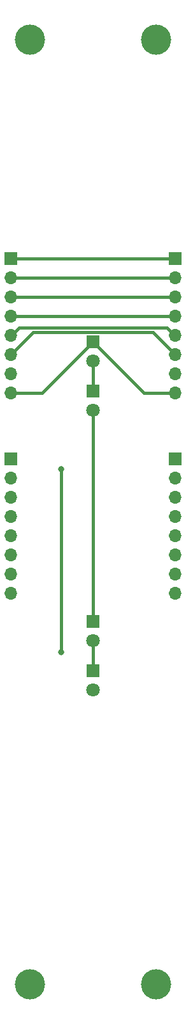
<source format=gbr>
%TF.GenerationSoftware,KiCad,Pcbnew,5.1.7-a382d34a8~87~ubuntu20.04.1*%
%TF.CreationDate,2020-10-21T10:00:52+02:00*%
%TF.ProjectId,7segment_part,37736567-6d65-46e7-945f-706172742e6b,rev?*%
%TF.SameCoordinates,Original*%
%TF.FileFunction,Copper,L2,Bot*%
%TF.FilePolarity,Positive*%
%FSLAX46Y46*%
G04 Gerber Fmt 4.6, Leading zero omitted, Abs format (unit mm)*
G04 Created by KiCad (PCBNEW 5.1.7-a382d34a8~87~ubuntu20.04.1) date 2020-10-21 10:00:52*
%MOMM*%
%LPD*%
G01*
G04 APERTURE LIST*
%TA.AperFunction,ComponentPad*%
%ADD10C,1.800000*%
%TD*%
%TA.AperFunction,ComponentPad*%
%ADD11R,1.800000X1.800000*%
%TD*%
%TA.AperFunction,ComponentPad*%
%ADD12O,1.700000X1.700000*%
%TD*%
%TA.AperFunction,ComponentPad*%
%ADD13R,1.700000X1.700000*%
%TD*%
%TA.AperFunction,ViaPad*%
%ADD14C,4.000000*%
%TD*%
%TA.AperFunction,ViaPad*%
%ADD15C,0.800000*%
%TD*%
%TA.AperFunction,Conductor*%
%ADD16C,0.400000*%
%TD*%
G04 APERTURE END LIST*
D10*
%TO.P,Dh2,2*%
%TO.N,Net-(Dh2-Pad2)*%
X169418000Y-79040000D03*
D11*
%TO.P,Dh2,1*%
%TO.N,Net-(Dh1-Pad2)*%
X169418000Y-76500000D03*
%TD*%
D12*
%TO.P,J4,8*%
%TO.N,Net-(J3-Pad8)*%
X180340000Y-103280000D03*
%TO.P,J4,7*%
%TO.N,Net-(J3-Pad7)*%
X180340000Y-100740000D03*
%TO.P,J4,6*%
%TO.N,Net-(J3-Pad6)*%
X180340000Y-98200000D03*
%TO.P,J4,5*%
%TO.N,Net-(J3-Pad5)*%
X180340000Y-95660000D03*
%TO.P,J4,4*%
%TO.N,Net-(J3-Pad4)*%
X180340000Y-93120000D03*
%TO.P,J4,3*%
%TO.N,Net-(J3-Pad3)*%
X180340000Y-90580000D03*
%TO.P,J4,2*%
%TO.N,Net-(J3-Pad2)*%
X180340000Y-88040000D03*
D13*
%TO.P,J4,1*%
%TO.N,Net-(J3-Pad1)*%
X180340000Y-85500000D03*
%TD*%
%TO.P,J2,1*%
%TO.N,Net-(J1-Pad1)*%
X180340000Y-59000000D03*
D12*
%TO.P,J2,2*%
%TO.N,Net-(J1-Pad2)*%
X180340000Y-61540000D03*
%TO.P,J2,3*%
%TO.N,Net-(J1-Pad3)*%
X180340000Y-64080000D03*
%TO.P,J2,4*%
%TO.N,Net-(J1-Pad4)*%
X180340000Y-66620000D03*
%TO.P,J2,5*%
%TO.N,Net-(J1-Pad5)*%
X180340000Y-69160000D03*
%TO.P,J2,6*%
%TO.N,Net-(J1-Pad6)*%
X180340000Y-71700000D03*
%TO.P,J2,7*%
%TO.N,Net-(J1-Pad7)*%
X180340000Y-74240000D03*
%TO.P,J2,8*%
%TO.N,Net-(Dh1-Pad1)*%
X180340000Y-76780000D03*
%TD*%
D10*
%TO.P,Dh4,2*%
%TO.N,Net-(Dh4-Pad2)*%
X169418000Y-116040000D03*
D11*
%TO.P,Dh4,1*%
%TO.N,Net-(Dh3-Pad2)*%
X169418000Y-113500000D03*
%TD*%
D10*
%TO.P,Dh3,2*%
%TO.N,Net-(Dh3-Pad2)*%
X169418000Y-109540000D03*
D11*
%TO.P,Dh3,1*%
%TO.N,Net-(Dh2-Pad2)*%
X169418000Y-107000000D03*
%TD*%
D10*
%TO.P,Dh1,2*%
%TO.N,Net-(Dh1-Pad2)*%
X169418000Y-72540000D03*
D11*
%TO.P,Dh1,1*%
%TO.N,Net-(Dh1-Pad1)*%
X169418000Y-70000000D03*
%TD*%
D12*
%TO.P,J3,8*%
%TO.N,Net-(J3-Pad8)*%
X158496000Y-103280000D03*
%TO.P,J3,7*%
%TO.N,Net-(J3-Pad7)*%
X158496000Y-100740000D03*
%TO.P,J3,6*%
%TO.N,Net-(J3-Pad6)*%
X158496000Y-98200000D03*
%TO.P,J3,5*%
%TO.N,Net-(J3-Pad5)*%
X158496000Y-95660000D03*
%TO.P,J3,4*%
%TO.N,Net-(J3-Pad4)*%
X158496000Y-93120000D03*
%TO.P,J3,3*%
%TO.N,Net-(J3-Pad3)*%
X158496000Y-90580000D03*
%TO.P,J3,2*%
%TO.N,Net-(J3-Pad2)*%
X158496000Y-88040000D03*
D13*
%TO.P,J3,1*%
%TO.N,Net-(J3-Pad1)*%
X158496000Y-85500000D03*
%TD*%
D12*
%TO.P,J1,8*%
%TO.N,Net-(Dh1-Pad1)*%
X158496000Y-76780000D03*
%TO.P,J1,7*%
%TO.N,Net-(J1-Pad7)*%
X158496000Y-74240000D03*
%TO.P,J1,6*%
%TO.N,Net-(J1-Pad6)*%
X158496000Y-71700000D03*
%TO.P,J1,5*%
%TO.N,Net-(J1-Pad5)*%
X158496000Y-69160000D03*
%TO.P,J1,4*%
%TO.N,Net-(J1-Pad4)*%
X158496000Y-66620000D03*
%TO.P,J1,3*%
%TO.N,Net-(J1-Pad3)*%
X158496000Y-64080000D03*
%TO.P,J1,2*%
%TO.N,Net-(J1-Pad2)*%
X158496000Y-61540000D03*
D13*
%TO.P,J1,1*%
%TO.N,Net-(J1-Pad1)*%
X158496000Y-59000000D03*
%TD*%
D14*
%TO.N,*%
X177816500Y-155000000D03*
X161000000Y-155000000D03*
X161000000Y-30000000D03*
X177816500Y-30000000D03*
D15*
%TO.N,Net-(JP1-Pad1)*%
X165227000Y-86804500D03*
X165227000Y-110998000D03*
%TD*%
D16*
%TO.N,Net-(JP1-Pad1)*%
X165227000Y-86804500D02*
X165227000Y-110998000D01*
%TO.N,Net-(Dh1-Pad2)*%
X169418000Y-72540000D02*
X169418000Y-76500000D01*
%TO.N,Net-(Dh1-Pad1)*%
X162638000Y-76780000D02*
X169418000Y-70000000D01*
X158496000Y-76780000D02*
X162638000Y-76780000D01*
X176198000Y-76780000D02*
X169418000Y-70000000D01*
X180340000Y-76780000D02*
X176198000Y-76780000D01*
%TO.N,Net-(Dh2-Pad2)*%
X169418000Y-107000000D02*
X169418000Y-79040000D01*
%TO.N,Net-(Dh3-Pad2)*%
X169418000Y-109540000D02*
X169418000Y-113500000D01*
%TO.N,Net-(J1-Pad6)*%
X177339999Y-68699999D02*
X180340000Y-71700000D01*
X161496001Y-68699999D02*
X177339999Y-68699999D01*
X158496000Y-71700000D02*
X161496001Y-68699999D01*
%TO.N,Net-(J1-Pad5)*%
X179279989Y-68099989D02*
X180340000Y-69160000D01*
X159556011Y-68099989D02*
X179279989Y-68099989D01*
X158496000Y-69160000D02*
X159556011Y-68099989D01*
%TO.N,Net-(J1-Pad4)*%
X180340000Y-66620000D02*
X158496000Y-66620000D01*
%TO.N,Net-(J1-Pad3)*%
X158496000Y-64080000D02*
X180340000Y-64080000D01*
%TO.N,Net-(J1-Pad2)*%
X180340000Y-61540000D02*
X158496000Y-61540000D01*
%TO.N,Net-(J1-Pad1)*%
X158496000Y-59000000D02*
X180340000Y-59000000D01*
%TD*%
M02*

</source>
